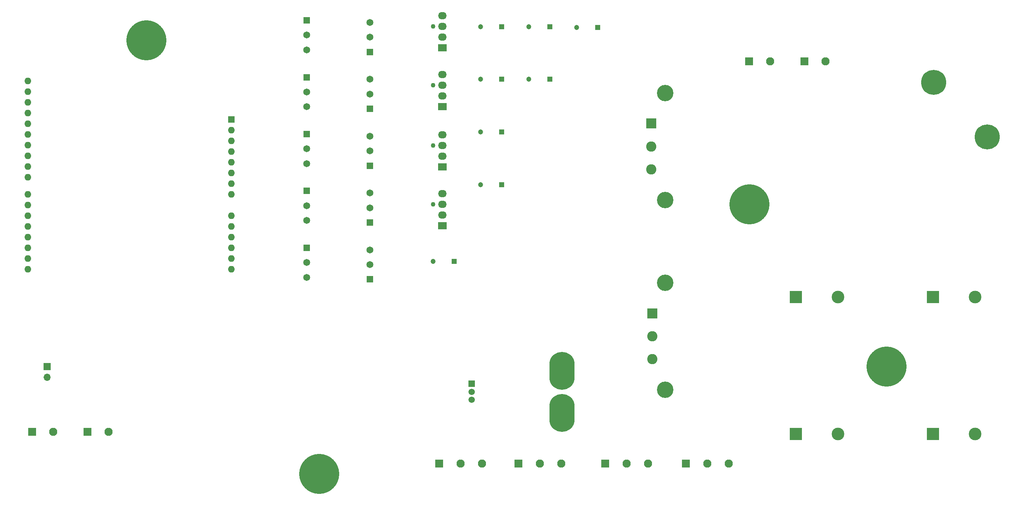
<source format=gbr>
%TF.GenerationSoftware,KiCad,Pcbnew,9.0.0*%
%TF.CreationDate,2025-03-25T18:07:07-07:00*%
%TF.ProjectId,DynamicBrakeGrid,44796e61-6d69-4634-9272-616b65477269,rev?*%
%TF.SameCoordinates,Original*%
%TF.FileFunction,Soldermask,Bot*%
%TF.FilePolarity,Negative*%
%FSLAX46Y46*%
G04 Gerber Fmt 4.6, Leading zero omitted, Abs format (unit mm)*
G04 Created by KiCad (PCBNEW 9.0.0) date 2025-03-25 18:07:07*
%MOMM*%
%LPD*%
G01*
G04 APERTURE LIST*
G04 Aperture macros list*
%AMHorizOval*
0 Thick line with rounded ends*
0 $1 width*
0 $2 $3 position (X,Y) of the first rounded end (center of the circle)*
0 $4 $5 position (X,Y) of the second rounded end (center of the circle)*
0 Add line between two ends*
20,1,$1,$2,$3,$4,$5,0*
0 Add two circle primitives to create the rounded ends*
1,1,$1,$2,$3*
1,1,$1,$4,$5*%
G04 Aperture macros list end*
%ADD10R,1.950000X1.950000*%
%ADD11C,1.950000*%
%ADD12C,9.500000*%
%ADD13R,1.200000X1.200000*%
%ADD14C,1.200000*%
%ADD15C,3.900000*%
%ADD16C,2.430000*%
%ADD17R,2.430000X2.430000*%
%ADD18R,1.650000X1.650000*%
%ADD19C,1.650000*%
%ADD20R,1.500000X1.500000*%
%ADD21C,1.500000*%
%ADD22HorizOval,0.800000X0.000000X0.000000X0.000000X0.000000X0*%
%ADD23HorizOval,0.800000X0.000000X0.000000X0.000000X0.000000X0*%
%ADD24C,0.800000*%
%ADD25O,6.000000X9.000000*%
%ADD26C,1.100000*%
%ADD27R,2.030000X1.730000*%
%ADD28O,2.030000X1.730000*%
%ADD29R,1.700000X1.700000*%
%ADD30O,1.700000X1.700000*%
%ADD31C,5.940000*%
%ADD32R,3.000000X3.000000*%
%ADD33C,3.000000*%
%ADD34R,1.600000X1.600000*%
%ADD35O,1.600000X1.600000*%
G04 APERTURE END LIST*
D10*
%TO.C,J1*%
X218000000Y-55000000D03*
D11*
X223000000Y-55000000D03*
%TD*%
%TO.C,J2*%
X209900000Y-55000000D03*
D10*
X204900000Y-55000000D03*
%TD*%
D12*
%TO.C,H2*%
X205000000Y-89000000D03*
%TD*%
D13*
%TO.C,C2*%
X135000000Y-102500000D03*
D14*
X130000000Y-102500000D03*
%TD*%
%TO.C,C3*%
X164000000Y-47000000D03*
D13*
X169000000Y-47000000D03*
%TD*%
D14*
%TO.C,C4*%
X152660000Y-59300000D03*
D13*
X157660000Y-59300000D03*
%TD*%
D14*
%TO.C,C5*%
X152660000Y-46800000D03*
D13*
X157660000Y-46800000D03*
%TD*%
D15*
%TO.C,H5*%
X185000000Y-107600000D03*
X185000000Y-133000000D03*
%TD*%
%TO.C,H6*%
X185000000Y-62600000D03*
X185000000Y-88000000D03*
%TD*%
D16*
%TO.C,Q2*%
X181710000Y-80680000D03*
X181710000Y-75240000D03*
D17*
X181710000Y-69800000D03*
%TD*%
D16*
%TO.C,Q1*%
X182000000Y-125740000D03*
X182000000Y-120300000D03*
D17*
X182000000Y-114860000D03*
%TD*%
D14*
%TO.C,C6*%
X141210000Y-46800000D03*
D13*
X146210000Y-46800000D03*
%TD*%
D18*
%TO.C,J8*%
X100000000Y-72300000D03*
D19*
X100000000Y-75800000D03*
X100000000Y-79300000D03*
%TD*%
D18*
%TO.C,J24*%
X100000000Y-99300000D03*
D19*
X100000000Y-102800000D03*
X100000000Y-106300000D03*
%TD*%
D18*
%TO.C,J5*%
X100000000Y-45300000D03*
D19*
X100000000Y-48800000D03*
X100000000Y-52300000D03*
%TD*%
D14*
%TO.C,C7*%
X141210000Y-84300000D03*
D13*
X146210000Y-84300000D03*
%TD*%
D14*
%TO.C,C8*%
X141210000Y-71800000D03*
D13*
X146210000Y-71800000D03*
%TD*%
D14*
%TO.C,C9*%
X141210000Y-59300000D03*
D13*
X146210000Y-59300000D03*
%TD*%
D18*
%TO.C,J9*%
X100000000Y-85800000D03*
D19*
X100000000Y-89300000D03*
X100000000Y-92800000D03*
%TD*%
D18*
%TO.C,J7*%
X100000000Y-58800000D03*
D19*
X100000000Y-62300000D03*
X100000000Y-65800000D03*
%TD*%
D12*
%TO.C,H4*%
X237500000Y-127500000D03*
%TD*%
%TO.C,H3*%
X103000000Y-153000000D03*
%TD*%
%TO.C,H1*%
X62000000Y-50000000D03*
%TD*%
D11*
%TO.C,J16*%
X181000000Y-150500000D03*
X175920000Y-150500000D03*
D10*
X170840000Y-150500000D03*
%TD*%
D11*
%TO.C,J17*%
X200080000Y-150500000D03*
X195000000Y-150500000D03*
D10*
X189920000Y-150500000D03*
%TD*%
D20*
%TO.C,U6*%
X139175000Y-131600000D03*
D21*
X139175000Y-133510000D03*
X139175000Y-135420000D03*
D22*
X161205000Y-134560000D03*
D23*
X159945000Y-134560000D03*
D24*
X162235000Y-135310000D03*
X158915000Y-135310000D03*
X162625000Y-136510000D03*
X158525000Y-136510000D03*
X162625000Y-137840000D03*
X158525000Y-137840000D03*
D25*
X160575000Y-138510000D03*
D24*
X162625000Y-139180000D03*
X158525000Y-139180000D03*
X162625000Y-140510000D03*
X158525000Y-140510000D03*
X162235000Y-141710000D03*
X158915000Y-141710000D03*
X161205000Y-142460000D03*
X159945000Y-142460000D03*
X161205000Y-124560000D03*
X159945000Y-124560000D03*
X162235000Y-125310000D03*
X158915000Y-125310000D03*
X162625000Y-126510000D03*
X158525000Y-126510000D03*
X162625000Y-127840000D03*
X158525000Y-127840000D03*
D25*
X160575000Y-128510000D03*
D24*
X162625000Y-129180000D03*
X158525000Y-129180000D03*
X162625000Y-130510000D03*
X158525000Y-130510000D03*
X162235000Y-131710000D03*
X158915000Y-131710000D03*
D23*
X161205000Y-132460000D03*
D22*
X159945000Y-132460000D03*
%TD*%
D26*
%TO.C,M8*%
X130000000Y-46720000D03*
D27*
X132160000Y-51800000D03*
D28*
X132160000Y-49260000D03*
X132160000Y-46720000D03*
X132160000Y-44180000D03*
%TD*%
D26*
%TO.C,M3*%
X130000000Y-60720000D03*
D27*
X132160000Y-65800000D03*
D28*
X132160000Y-63260000D03*
X132160000Y-60720000D03*
X132160000Y-58180000D03*
%TD*%
D26*
%TO.C,M2*%
X130000000Y-75000000D03*
D27*
X132160000Y-80080000D03*
D28*
X132160000Y-77540000D03*
X132160000Y-75000000D03*
X132160000Y-72460000D03*
%TD*%
D26*
%TO.C,M1*%
X130000000Y-89000000D03*
D27*
X132160000Y-94080000D03*
D28*
X132160000Y-91540000D03*
X132160000Y-89000000D03*
X132160000Y-86460000D03*
%TD*%
D29*
%TO.C,JP1*%
X38500000Y-127500000D03*
D30*
X38500000Y-130040000D03*
%TD*%
D18*
%TO.C,J25*%
X115000000Y-52800000D03*
D19*
X115000000Y-49300000D03*
X115000000Y-45800000D03*
%TD*%
D10*
%TO.C,J23*%
X150205000Y-150525000D03*
D11*
X155285000Y-150525000D03*
X160365000Y-150525000D03*
%TD*%
D10*
%TO.C,J22*%
X131410000Y-150525000D03*
D11*
X136490000Y-150525000D03*
X141570000Y-150525000D03*
%TD*%
D31*
%TO.C,J13*%
X248650000Y-60000000D03*
X261350000Y-73000000D03*
%TD*%
D18*
%TO.C,J12*%
X115000000Y-66300000D03*
D19*
X115000000Y-62800000D03*
X115000000Y-59300000D03*
%TD*%
D18*
%TO.C,J11*%
X115000000Y-79800000D03*
D19*
X115000000Y-76300000D03*
X115000000Y-72800000D03*
%TD*%
D18*
%TO.C,J10*%
X115000000Y-93300000D03*
D19*
X115000000Y-89800000D03*
X115000000Y-86300000D03*
%TD*%
D18*
%TO.C,J6*%
X115000000Y-106800000D03*
D19*
X115000000Y-103300000D03*
X115000000Y-99800000D03*
%TD*%
D10*
%TO.C,J4*%
X48000000Y-143000000D03*
D11*
X53000000Y-143000000D03*
%TD*%
D10*
%TO.C,J3*%
X34900000Y-143000000D03*
D11*
X39900000Y-143000000D03*
%TD*%
D32*
%TO.C,C15*%
X248500000Y-143500000D03*
D33*
X258500000Y-143500000D03*
%TD*%
D32*
%TO.C,C14*%
X248500000Y-111000000D03*
D33*
X258500000Y-111000000D03*
%TD*%
D32*
%TO.C,C13*%
X216000000Y-143500000D03*
D33*
X226000000Y-143500000D03*
%TD*%
D32*
%TO.C,C12*%
X216000000Y-111000000D03*
D33*
X226000000Y-111000000D03*
%TD*%
D34*
%TO.C,A1*%
X82130000Y-68825000D03*
D35*
X82130000Y-71365000D03*
X82130000Y-73905000D03*
X82130000Y-76445000D03*
X82130000Y-78985000D03*
X82130000Y-81525000D03*
X82130000Y-84065000D03*
X82130000Y-86605000D03*
X82130000Y-91685000D03*
X82130000Y-94225000D03*
X82130000Y-96765000D03*
X82130000Y-99305000D03*
X82130000Y-101845000D03*
X82130000Y-104385000D03*
X33870000Y-104385000D03*
X33870000Y-101845000D03*
X33870000Y-99305000D03*
X33870000Y-96765000D03*
X33870000Y-94225000D03*
X33870000Y-91685000D03*
X33870000Y-89145000D03*
X33870000Y-86605000D03*
X33870000Y-82545000D03*
X33870000Y-80005000D03*
X33870000Y-77465000D03*
X33870000Y-74925000D03*
X33870000Y-72385000D03*
X33870000Y-69845000D03*
X33870000Y-67305000D03*
X33870000Y-64765000D03*
X33870000Y-62225000D03*
X33870000Y-59685000D03*
%TD*%
M02*

</source>
